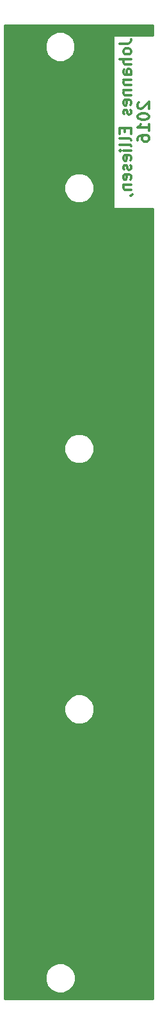
<source format=gbr>
G04 #@! TF.FileFunction,Copper,L2,Bot,Signal*
%FSLAX46Y46*%
G04 Gerber Fmt 4.6, Leading zero omitted, Abs format (unit mm)*
G04 Created by KiCad (PCBNEW 4.0.1-stable) date Donnerstag, 28. April 2016 'u12' 11:12:59*
%MOMM*%
G01*
G04 APERTURE LIST*
%ADD10C,0.100000*%
%ADD11C,0.300000*%
%ADD12C,7.800000*%
%ADD13C,0.254000*%
G04 APERTURE END LIST*
D10*
D11*
X115378571Y-34678571D02*
X116450000Y-34678571D01*
X116664286Y-34607143D01*
X116807143Y-34464286D01*
X116878571Y-34250000D01*
X116878571Y-34107143D01*
X116878571Y-35607143D02*
X116807143Y-35464285D01*
X116735714Y-35392857D01*
X116592857Y-35321428D01*
X116164286Y-35321428D01*
X116021429Y-35392857D01*
X115950000Y-35464285D01*
X115878571Y-35607143D01*
X115878571Y-35821428D01*
X115950000Y-35964285D01*
X116021429Y-36035714D01*
X116164286Y-36107143D01*
X116592857Y-36107143D01*
X116735714Y-36035714D01*
X116807143Y-35964285D01*
X116878571Y-35821428D01*
X116878571Y-35607143D01*
X116878571Y-36750000D02*
X115378571Y-36750000D01*
X116878571Y-37392857D02*
X116092857Y-37392857D01*
X115950000Y-37321428D01*
X115878571Y-37178571D01*
X115878571Y-36964286D01*
X115950000Y-36821428D01*
X116021429Y-36750000D01*
X116878571Y-38750000D02*
X116092857Y-38750000D01*
X115950000Y-38678571D01*
X115878571Y-38535714D01*
X115878571Y-38250000D01*
X115950000Y-38107143D01*
X116807143Y-38750000D02*
X116878571Y-38607143D01*
X116878571Y-38250000D01*
X116807143Y-38107143D01*
X116664286Y-38035714D01*
X116521429Y-38035714D01*
X116378571Y-38107143D01*
X116307143Y-38250000D01*
X116307143Y-38607143D01*
X116235714Y-38750000D01*
X115878571Y-39464286D02*
X116878571Y-39464286D01*
X116021429Y-39464286D02*
X115950000Y-39535714D01*
X115878571Y-39678572D01*
X115878571Y-39892857D01*
X115950000Y-40035714D01*
X116092857Y-40107143D01*
X116878571Y-40107143D01*
X115878571Y-40821429D02*
X116878571Y-40821429D01*
X116021429Y-40821429D02*
X115950000Y-40892857D01*
X115878571Y-41035715D01*
X115878571Y-41250000D01*
X115950000Y-41392857D01*
X116092857Y-41464286D01*
X116878571Y-41464286D01*
X116807143Y-42750000D02*
X116878571Y-42607143D01*
X116878571Y-42321429D01*
X116807143Y-42178572D01*
X116664286Y-42107143D01*
X116092857Y-42107143D01*
X115950000Y-42178572D01*
X115878571Y-42321429D01*
X115878571Y-42607143D01*
X115950000Y-42750000D01*
X116092857Y-42821429D01*
X116235714Y-42821429D01*
X116378571Y-42107143D01*
X116807143Y-43392857D02*
X116878571Y-43535714D01*
X116878571Y-43821429D01*
X116807143Y-43964286D01*
X116664286Y-44035714D01*
X116592857Y-44035714D01*
X116450000Y-43964286D01*
X116378571Y-43821429D01*
X116378571Y-43607143D01*
X116307143Y-43464286D01*
X116164286Y-43392857D01*
X116092857Y-43392857D01*
X115950000Y-43464286D01*
X115878571Y-43607143D01*
X115878571Y-43821429D01*
X115950000Y-43964286D01*
X116092857Y-45821429D02*
X116092857Y-46321429D01*
X116878571Y-46535715D02*
X116878571Y-45821429D01*
X115378571Y-45821429D01*
X115378571Y-46535715D01*
X116878571Y-47392858D02*
X116807143Y-47250000D01*
X116664286Y-47178572D01*
X115378571Y-47178572D01*
X116878571Y-48178572D02*
X116807143Y-48035714D01*
X116664286Y-47964286D01*
X115378571Y-47964286D01*
X116878571Y-48750000D02*
X115878571Y-48750000D01*
X115378571Y-48750000D02*
X115450000Y-48678571D01*
X115521429Y-48750000D01*
X115450000Y-48821428D01*
X115378571Y-48750000D01*
X115521429Y-48750000D01*
X116807143Y-50035714D02*
X116878571Y-49892857D01*
X116878571Y-49607143D01*
X116807143Y-49464286D01*
X116664286Y-49392857D01*
X116092857Y-49392857D01*
X115950000Y-49464286D01*
X115878571Y-49607143D01*
X115878571Y-49892857D01*
X115950000Y-50035714D01*
X116092857Y-50107143D01*
X116235714Y-50107143D01*
X116378571Y-49392857D01*
X116807143Y-50678571D02*
X116878571Y-50821428D01*
X116878571Y-51107143D01*
X116807143Y-51250000D01*
X116664286Y-51321428D01*
X116592857Y-51321428D01*
X116450000Y-51250000D01*
X116378571Y-51107143D01*
X116378571Y-50892857D01*
X116307143Y-50750000D01*
X116164286Y-50678571D01*
X116092857Y-50678571D01*
X115950000Y-50750000D01*
X115878571Y-50892857D01*
X115878571Y-51107143D01*
X115950000Y-51250000D01*
X116807143Y-52535714D02*
X116878571Y-52392857D01*
X116878571Y-52107143D01*
X116807143Y-51964286D01*
X116664286Y-51892857D01*
X116092857Y-51892857D01*
X115950000Y-51964286D01*
X115878571Y-52107143D01*
X115878571Y-52392857D01*
X115950000Y-52535714D01*
X116092857Y-52607143D01*
X116235714Y-52607143D01*
X116378571Y-51892857D01*
X115878571Y-53250000D02*
X116878571Y-53250000D01*
X116021429Y-53250000D02*
X115950000Y-53321428D01*
X115878571Y-53464286D01*
X115878571Y-53678571D01*
X115950000Y-53821428D01*
X116092857Y-53892857D01*
X116878571Y-53892857D01*
X116807143Y-54678571D02*
X116878571Y-54678571D01*
X117021429Y-54607143D01*
X117092857Y-54535714D01*
X117921429Y-42428572D02*
X117850000Y-42500001D01*
X117778571Y-42642858D01*
X117778571Y-43000001D01*
X117850000Y-43142858D01*
X117921429Y-43214287D01*
X118064286Y-43285715D01*
X118207143Y-43285715D01*
X118421429Y-43214287D01*
X119278571Y-42357144D01*
X119278571Y-43285715D01*
X117778571Y-44214286D02*
X117778571Y-44357143D01*
X117850000Y-44500000D01*
X117921429Y-44571429D01*
X118064286Y-44642858D01*
X118350000Y-44714286D01*
X118707143Y-44714286D01*
X118992857Y-44642858D01*
X119135714Y-44571429D01*
X119207143Y-44500000D01*
X119278571Y-44357143D01*
X119278571Y-44214286D01*
X119207143Y-44071429D01*
X119135714Y-44000000D01*
X118992857Y-43928572D01*
X118707143Y-43857143D01*
X118350000Y-43857143D01*
X118064286Y-43928572D01*
X117921429Y-44000000D01*
X117850000Y-44071429D01*
X117778571Y-44214286D01*
X119278571Y-46142857D02*
X119278571Y-45285714D01*
X119278571Y-45714286D02*
X117778571Y-45714286D01*
X117992857Y-45571429D01*
X118135714Y-45428571D01*
X118207143Y-45285714D01*
X117778571Y-47428571D02*
X117778571Y-47142857D01*
X117850000Y-47000000D01*
X117921429Y-46928571D01*
X118135714Y-46785714D01*
X118421429Y-46714285D01*
X118992857Y-46714285D01*
X119135714Y-46785714D01*
X119207143Y-46857142D01*
X119278571Y-47000000D01*
X119278571Y-47285714D01*
X119207143Y-47428571D01*
X119135714Y-47500000D01*
X118992857Y-47571428D01*
X118635714Y-47571428D01*
X118492857Y-47500000D01*
X118421429Y-47428571D01*
X118350000Y-47285714D01*
X118350000Y-47000000D01*
X118421429Y-46857142D01*
X118492857Y-46785714D01*
X118635714Y-46714285D01*
D12*
X105560000Y-61900000D03*
X114460000Y-61900000D03*
X105590000Y-74590000D03*
X114490000Y-74590000D03*
X105580000Y-96200000D03*
X114470000Y-96200000D03*
X105580000Y-108890000D03*
X114470000Y-108890000D03*
X105550000Y-130480000D03*
X114490000Y-143190000D03*
X114470000Y-130500000D03*
X105590000Y-143230000D03*
D13*
G36*
X119823000Y-33615857D02*
X114573000Y-33615857D01*
X114573000Y-56384143D01*
X119823000Y-56384143D01*
X119823000Y-160323000D01*
X100177000Y-160323000D01*
X100177000Y-157991524D01*
X105552657Y-157991524D01*
X105853003Y-158718418D01*
X106408657Y-159275042D01*
X107135025Y-159576656D01*
X107921524Y-159577343D01*
X108648418Y-159276997D01*
X109205042Y-158721343D01*
X109506656Y-157994975D01*
X109507343Y-157208476D01*
X109206997Y-156481582D01*
X108651343Y-155924958D01*
X107924975Y-155623344D01*
X107138476Y-155622657D01*
X106411582Y-155923003D01*
X105854958Y-156478657D01*
X105553344Y-157205025D01*
X105552657Y-157991524D01*
X100177000Y-157991524D01*
X100177000Y-122631524D01*
X108052657Y-122631524D01*
X108353003Y-123358418D01*
X108908657Y-123915042D01*
X109635025Y-124216656D01*
X110421524Y-124217343D01*
X111148418Y-123916997D01*
X111705042Y-123361343D01*
X112006656Y-122634975D01*
X112007343Y-121848476D01*
X111706997Y-121121582D01*
X111151343Y-120564958D01*
X110424975Y-120263344D01*
X109638476Y-120262657D01*
X108911582Y-120563003D01*
X108354958Y-121118657D01*
X108053344Y-121845025D01*
X108052657Y-122631524D01*
X100177000Y-122631524D01*
X100177000Y-88351524D01*
X108042657Y-88351524D01*
X108343003Y-89078418D01*
X108898657Y-89635042D01*
X109625025Y-89936656D01*
X110411524Y-89937343D01*
X111138418Y-89636997D01*
X111695042Y-89081343D01*
X111996656Y-88354975D01*
X111997343Y-87568476D01*
X111696997Y-86841582D01*
X111141343Y-86284958D01*
X110414975Y-85983344D01*
X109628476Y-85982657D01*
X108901582Y-86283003D01*
X108344958Y-86838657D01*
X108043344Y-87565025D01*
X108042657Y-88351524D01*
X100177000Y-88351524D01*
X100177000Y-54071524D01*
X108042657Y-54071524D01*
X108343003Y-54798418D01*
X108898657Y-55355042D01*
X109625025Y-55656656D01*
X110411524Y-55657343D01*
X111138418Y-55356997D01*
X111695042Y-54801343D01*
X111996656Y-54074975D01*
X111997343Y-53288476D01*
X111696997Y-52561582D01*
X111141343Y-52004958D01*
X110414975Y-51703344D01*
X109628476Y-51702657D01*
X108901582Y-52003003D01*
X108344958Y-52558657D01*
X108043344Y-53285025D01*
X108042657Y-54071524D01*
X100177000Y-54071524D01*
X100177000Y-35491524D01*
X105542657Y-35491524D01*
X105843003Y-36218418D01*
X106398657Y-36775042D01*
X107125025Y-37076656D01*
X107911524Y-37077343D01*
X108638418Y-36776997D01*
X109195042Y-36221343D01*
X109496656Y-35494975D01*
X109497343Y-34708476D01*
X109196997Y-33981582D01*
X108641343Y-33424958D01*
X107914975Y-33123344D01*
X107128476Y-33122657D01*
X106401582Y-33423003D01*
X105844958Y-33978657D01*
X105543344Y-34705025D01*
X105542657Y-35491524D01*
X100177000Y-35491524D01*
X100177000Y-32277000D01*
X119823000Y-32277000D01*
X119823000Y-33615857D01*
X119823000Y-33615857D01*
G37*
X119823000Y-33615857D02*
X114573000Y-33615857D01*
X114573000Y-56384143D01*
X119823000Y-56384143D01*
X119823000Y-160323000D01*
X100177000Y-160323000D01*
X100177000Y-157991524D01*
X105552657Y-157991524D01*
X105853003Y-158718418D01*
X106408657Y-159275042D01*
X107135025Y-159576656D01*
X107921524Y-159577343D01*
X108648418Y-159276997D01*
X109205042Y-158721343D01*
X109506656Y-157994975D01*
X109507343Y-157208476D01*
X109206997Y-156481582D01*
X108651343Y-155924958D01*
X107924975Y-155623344D01*
X107138476Y-155622657D01*
X106411582Y-155923003D01*
X105854958Y-156478657D01*
X105553344Y-157205025D01*
X105552657Y-157991524D01*
X100177000Y-157991524D01*
X100177000Y-122631524D01*
X108052657Y-122631524D01*
X108353003Y-123358418D01*
X108908657Y-123915042D01*
X109635025Y-124216656D01*
X110421524Y-124217343D01*
X111148418Y-123916997D01*
X111705042Y-123361343D01*
X112006656Y-122634975D01*
X112007343Y-121848476D01*
X111706997Y-121121582D01*
X111151343Y-120564958D01*
X110424975Y-120263344D01*
X109638476Y-120262657D01*
X108911582Y-120563003D01*
X108354958Y-121118657D01*
X108053344Y-121845025D01*
X108052657Y-122631524D01*
X100177000Y-122631524D01*
X100177000Y-88351524D01*
X108042657Y-88351524D01*
X108343003Y-89078418D01*
X108898657Y-89635042D01*
X109625025Y-89936656D01*
X110411524Y-89937343D01*
X111138418Y-89636997D01*
X111695042Y-89081343D01*
X111996656Y-88354975D01*
X111997343Y-87568476D01*
X111696997Y-86841582D01*
X111141343Y-86284958D01*
X110414975Y-85983344D01*
X109628476Y-85982657D01*
X108901582Y-86283003D01*
X108344958Y-86838657D01*
X108043344Y-87565025D01*
X108042657Y-88351524D01*
X100177000Y-88351524D01*
X100177000Y-54071524D01*
X108042657Y-54071524D01*
X108343003Y-54798418D01*
X108898657Y-55355042D01*
X109625025Y-55656656D01*
X110411524Y-55657343D01*
X111138418Y-55356997D01*
X111695042Y-54801343D01*
X111996656Y-54074975D01*
X111997343Y-53288476D01*
X111696997Y-52561582D01*
X111141343Y-52004958D01*
X110414975Y-51703344D01*
X109628476Y-51702657D01*
X108901582Y-52003003D01*
X108344958Y-52558657D01*
X108043344Y-53285025D01*
X108042657Y-54071524D01*
X100177000Y-54071524D01*
X100177000Y-35491524D01*
X105542657Y-35491524D01*
X105843003Y-36218418D01*
X106398657Y-36775042D01*
X107125025Y-37076656D01*
X107911524Y-37077343D01*
X108638418Y-36776997D01*
X109195042Y-36221343D01*
X109496656Y-35494975D01*
X109497343Y-34708476D01*
X109196997Y-33981582D01*
X108641343Y-33424958D01*
X107914975Y-33123344D01*
X107128476Y-33122657D01*
X106401582Y-33423003D01*
X105844958Y-33978657D01*
X105543344Y-34705025D01*
X105542657Y-35491524D01*
X100177000Y-35491524D01*
X100177000Y-32277000D01*
X119823000Y-32277000D01*
X119823000Y-33615857D01*
M02*

</source>
